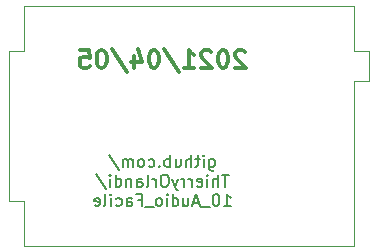
<source format=gbr>
%TF.GenerationSoftware,KiCad,Pcbnew,(5.1.9)-1*%
%TF.CreationDate,2021-05-26T17:20:17+02:00*%
%TF.ProjectId,10_Audio_Facile,31305f41-7564-4696-9f5f-466163696c65,rev?*%
%TF.SameCoordinates,Original*%
%TF.FileFunction,Legend,Bot*%
%TF.FilePolarity,Positive*%
%FSLAX46Y46*%
G04 Gerber Fmt 4.6, Leading zero omitted, Abs format (unit mm)*
G04 Created by KiCad (PCBNEW (5.1.9)-1) date 2021-05-26 17:20:17*
%MOMM*%
%LPD*%
G01*
G04 APERTURE LIST*
%TA.AperFunction,Profile*%
%ADD10C,0.050000*%
%TD*%
%ADD11C,0.150000*%
%ADD12C,0.300000*%
G04 APERTURE END LIST*
D10*
X130810000Y-67310000D02*
X129540000Y-67310000D01*
X130810000Y-64770000D02*
X130810000Y-67310000D01*
X129540000Y-64770000D02*
X130810000Y-64770000D01*
X129540000Y-60960000D02*
X129540000Y-64770000D01*
X129540000Y-67310000D02*
X129540000Y-81280000D01*
X101600000Y-60960000D02*
X129540000Y-60960000D01*
X101600000Y-77470000D02*
X101600000Y-81280000D01*
X100330000Y-77470000D02*
X101600000Y-77470000D01*
X101600000Y-60960000D02*
X101600000Y-64770000D01*
X101600000Y-64770000D02*
X100330000Y-64770000D01*
D11*
X117260190Y-73954714D02*
X117260190Y-74764238D01*
X117307809Y-74859476D01*
X117355428Y-74907095D01*
X117450666Y-74954714D01*
X117593523Y-74954714D01*
X117688761Y-74907095D01*
X117260190Y-74573761D02*
X117355428Y-74621380D01*
X117545904Y-74621380D01*
X117641142Y-74573761D01*
X117688761Y-74526142D01*
X117736380Y-74430904D01*
X117736380Y-74145190D01*
X117688761Y-74049952D01*
X117641142Y-74002333D01*
X117545904Y-73954714D01*
X117355428Y-73954714D01*
X117260190Y-74002333D01*
X116784000Y-74621380D02*
X116784000Y-73954714D01*
X116784000Y-73621380D02*
X116831619Y-73669000D01*
X116784000Y-73716619D01*
X116736380Y-73669000D01*
X116784000Y-73621380D01*
X116784000Y-73716619D01*
X116450666Y-73954714D02*
X116069714Y-73954714D01*
X116307809Y-73621380D02*
X116307809Y-74478523D01*
X116260190Y-74573761D01*
X116164952Y-74621380D01*
X116069714Y-74621380D01*
X115736380Y-74621380D02*
X115736380Y-73621380D01*
X115307809Y-74621380D02*
X115307809Y-74097571D01*
X115355428Y-74002333D01*
X115450666Y-73954714D01*
X115593523Y-73954714D01*
X115688761Y-74002333D01*
X115736380Y-74049952D01*
X114403047Y-73954714D02*
X114403047Y-74621380D01*
X114831619Y-73954714D02*
X114831619Y-74478523D01*
X114784000Y-74573761D01*
X114688761Y-74621380D01*
X114545904Y-74621380D01*
X114450666Y-74573761D01*
X114403047Y-74526142D01*
X113926857Y-74621380D02*
X113926857Y-73621380D01*
X113926857Y-74002333D02*
X113831619Y-73954714D01*
X113641142Y-73954714D01*
X113545904Y-74002333D01*
X113498285Y-74049952D01*
X113450666Y-74145190D01*
X113450666Y-74430904D01*
X113498285Y-74526142D01*
X113545904Y-74573761D01*
X113641142Y-74621380D01*
X113831619Y-74621380D01*
X113926857Y-74573761D01*
X113022095Y-74526142D02*
X112974476Y-74573761D01*
X113022095Y-74621380D01*
X113069714Y-74573761D01*
X113022095Y-74526142D01*
X113022095Y-74621380D01*
X112117333Y-74573761D02*
X112212571Y-74621380D01*
X112403047Y-74621380D01*
X112498285Y-74573761D01*
X112545904Y-74526142D01*
X112593523Y-74430904D01*
X112593523Y-74145190D01*
X112545904Y-74049952D01*
X112498285Y-74002333D01*
X112403047Y-73954714D01*
X112212571Y-73954714D01*
X112117333Y-74002333D01*
X111545904Y-74621380D02*
X111641142Y-74573761D01*
X111688761Y-74526142D01*
X111736380Y-74430904D01*
X111736380Y-74145190D01*
X111688761Y-74049952D01*
X111641142Y-74002333D01*
X111545904Y-73954714D01*
X111403047Y-73954714D01*
X111307809Y-74002333D01*
X111260190Y-74049952D01*
X111212571Y-74145190D01*
X111212571Y-74430904D01*
X111260190Y-74526142D01*
X111307809Y-74573761D01*
X111403047Y-74621380D01*
X111545904Y-74621380D01*
X110784000Y-74621380D02*
X110784000Y-73954714D01*
X110784000Y-74049952D02*
X110736380Y-74002333D01*
X110641142Y-73954714D01*
X110498285Y-73954714D01*
X110403047Y-74002333D01*
X110355428Y-74097571D01*
X110355428Y-74621380D01*
X110355428Y-74097571D02*
X110307809Y-74002333D01*
X110212571Y-73954714D01*
X110069714Y-73954714D01*
X109974476Y-74002333D01*
X109926857Y-74097571D01*
X109926857Y-74621380D01*
X108736380Y-73573761D02*
X109593523Y-74859476D01*
X118903047Y-75271380D02*
X118331619Y-75271380D01*
X118617333Y-76271380D02*
X118617333Y-75271380D01*
X117998285Y-76271380D02*
X117998285Y-75271380D01*
X117569714Y-76271380D02*
X117569714Y-75747571D01*
X117617333Y-75652333D01*
X117712571Y-75604714D01*
X117855428Y-75604714D01*
X117950666Y-75652333D01*
X117998285Y-75699952D01*
X117093523Y-76271380D02*
X117093523Y-75604714D01*
X117093523Y-75271380D02*
X117141142Y-75319000D01*
X117093523Y-75366619D01*
X117045904Y-75319000D01*
X117093523Y-75271380D01*
X117093523Y-75366619D01*
X116236380Y-76223761D02*
X116331619Y-76271380D01*
X116522095Y-76271380D01*
X116617333Y-76223761D01*
X116664952Y-76128523D01*
X116664952Y-75747571D01*
X116617333Y-75652333D01*
X116522095Y-75604714D01*
X116331619Y-75604714D01*
X116236380Y-75652333D01*
X116188761Y-75747571D01*
X116188761Y-75842809D01*
X116664952Y-75938047D01*
X115760190Y-76271380D02*
X115760190Y-75604714D01*
X115760190Y-75795190D02*
X115712571Y-75699952D01*
X115664952Y-75652333D01*
X115569714Y-75604714D01*
X115474476Y-75604714D01*
X115141142Y-76271380D02*
X115141142Y-75604714D01*
X115141142Y-75795190D02*
X115093523Y-75699952D01*
X115045904Y-75652333D01*
X114950666Y-75604714D01*
X114855428Y-75604714D01*
X114617333Y-75604714D02*
X114379238Y-76271380D01*
X114141142Y-75604714D02*
X114379238Y-76271380D01*
X114474476Y-76509476D01*
X114522095Y-76557095D01*
X114617333Y-76604714D01*
X113569714Y-75271380D02*
X113379238Y-75271380D01*
X113284000Y-75319000D01*
X113188761Y-75414238D01*
X113141142Y-75604714D01*
X113141142Y-75938047D01*
X113188761Y-76128523D01*
X113284000Y-76223761D01*
X113379238Y-76271380D01*
X113569714Y-76271380D01*
X113664952Y-76223761D01*
X113760190Y-76128523D01*
X113807809Y-75938047D01*
X113807809Y-75604714D01*
X113760190Y-75414238D01*
X113664952Y-75319000D01*
X113569714Y-75271380D01*
X112712571Y-76271380D02*
X112712571Y-75604714D01*
X112712571Y-75795190D02*
X112664952Y-75699952D01*
X112617333Y-75652333D01*
X112522095Y-75604714D01*
X112426857Y-75604714D01*
X111950666Y-76271380D02*
X112045904Y-76223761D01*
X112093523Y-76128523D01*
X112093523Y-75271380D01*
X111141142Y-76271380D02*
X111141142Y-75747571D01*
X111188761Y-75652333D01*
X111284000Y-75604714D01*
X111474476Y-75604714D01*
X111569714Y-75652333D01*
X111141142Y-76223761D02*
X111236380Y-76271380D01*
X111474476Y-76271380D01*
X111569714Y-76223761D01*
X111617333Y-76128523D01*
X111617333Y-76033285D01*
X111569714Y-75938047D01*
X111474476Y-75890428D01*
X111236380Y-75890428D01*
X111141142Y-75842809D01*
X110664952Y-75604714D02*
X110664952Y-76271380D01*
X110664952Y-75699952D02*
X110617333Y-75652333D01*
X110522095Y-75604714D01*
X110379238Y-75604714D01*
X110284000Y-75652333D01*
X110236380Y-75747571D01*
X110236380Y-76271380D01*
X109331619Y-76271380D02*
X109331619Y-75271380D01*
X109331619Y-76223761D02*
X109426857Y-76271380D01*
X109617333Y-76271380D01*
X109712571Y-76223761D01*
X109760190Y-76176142D01*
X109807809Y-76080904D01*
X109807809Y-75795190D01*
X109760190Y-75699952D01*
X109712571Y-75652333D01*
X109617333Y-75604714D01*
X109426857Y-75604714D01*
X109331619Y-75652333D01*
X108855428Y-76271380D02*
X108855428Y-75604714D01*
X108855428Y-75271380D02*
X108903047Y-75319000D01*
X108855428Y-75366619D01*
X108807809Y-75319000D01*
X108855428Y-75271380D01*
X108855428Y-75366619D01*
X107664952Y-75223761D02*
X108522095Y-76509476D01*
X118498285Y-77921380D02*
X119069714Y-77921380D01*
X118784000Y-77921380D02*
X118784000Y-76921380D01*
X118879238Y-77064238D01*
X118974476Y-77159476D01*
X119069714Y-77207095D01*
X117879238Y-76921380D02*
X117784000Y-76921380D01*
X117688761Y-76969000D01*
X117641142Y-77016619D01*
X117593523Y-77111857D01*
X117545904Y-77302333D01*
X117545904Y-77540428D01*
X117593523Y-77730904D01*
X117641142Y-77826142D01*
X117688761Y-77873761D01*
X117784000Y-77921380D01*
X117879238Y-77921380D01*
X117974476Y-77873761D01*
X118022095Y-77826142D01*
X118069714Y-77730904D01*
X118117333Y-77540428D01*
X118117333Y-77302333D01*
X118069714Y-77111857D01*
X118022095Y-77016619D01*
X117974476Y-76969000D01*
X117879238Y-76921380D01*
X117355428Y-78016619D02*
X116593523Y-78016619D01*
X116403047Y-77635666D02*
X115926857Y-77635666D01*
X116498285Y-77921380D02*
X116164952Y-76921380D01*
X115831619Y-77921380D01*
X115069714Y-77254714D02*
X115069714Y-77921380D01*
X115498285Y-77254714D02*
X115498285Y-77778523D01*
X115450666Y-77873761D01*
X115355428Y-77921380D01*
X115212571Y-77921380D01*
X115117333Y-77873761D01*
X115069714Y-77826142D01*
X114164952Y-77921380D02*
X114164952Y-76921380D01*
X114164952Y-77873761D02*
X114260190Y-77921380D01*
X114450666Y-77921380D01*
X114545904Y-77873761D01*
X114593523Y-77826142D01*
X114641142Y-77730904D01*
X114641142Y-77445190D01*
X114593523Y-77349952D01*
X114545904Y-77302333D01*
X114450666Y-77254714D01*
X114260190Y-77254714D01*
X114164952Y-77302333D01*
X113688761Y-77921380D02*
X113688761Y-77254714D01*
X113688761Y-76921380D02*
X113736380Y-76969000D01*
X113688761Y-77016619D01*
X113641142Y-76969000D01*
X113688761Y-76921380D01*
X113688761Y-77016619D01*
X113069714Y-77921380D02*
X113164952Y-77873761D01*
X113212571Y-77826142D01*
X113260190Y-77730904D01*
X113260190Y-77445190D01*
X113212571Y-77349952D01*
X113164952Y-77302333D01*
X113069714Y-77254714D01*
X112926857Y-77254714D01*
X112831619Y-77302333D01*
X112784000Y-77349952D01*
X112736380Y-77445190D01*
X112736380Y-77730904D01*
X112784000Y-77826142D01*
X112831619Y-77873761D01*
X112926857Y-77921380D01*
X113069714Y-77921380D01*
X112545904Y-78016619D02*
X111784000Y-78016619D01*
X111212571Y-77397571D02*
X111545904Y-77397571D01*
X111545904Y-77921380D02*
X111545904Y-76921380D01*
X111069714Y-76921380D01*
X110260190Y-77921380D02*
X110260190Y-77397571D01*
X110307809Y-77302333D01*
X110403047Y-77254714D01*
X110593523Y-77254714D01*
X110688761Y-77302333D01*
X110260190Y-77873761D02*
X110355428Y-77921380D01*
X110593523Y-77921380D01*
X110688761Y-77873761D01*
X110736380Y-77778523D01*
X110736380Y-77683285D01*
X110688761Y-77588047D01*
X110593523Y-77540428D01*
X110355428Y-77540428D01*
X110260190Y-77492809D01*
X109355428Y-77873761D02*
X109450666Y-77921380D01*
X109641142Y-77921380D01*
X109736380Y-77873761D01*
X109784000Y-77826142D01*
X109831619Y-77730904D01*
X109831619Y-77445190D01*
X109784000Y-77349952D01*
X109736380Y-77302333D01*
X109641142Y-77254714D01*
X109450666Y-77254714D01*
X109355428Y-77302333D01*
X108926857Y-77921380D02*
X108926857Y-77254714D01*
X108926857Y-76921380D02*
X108974476Y-76969000D01*
X108926857Y-77016619D01*
X108879238Y-76969000D01*
X108926857Y-76921380D01*
X108926857Y-77016619D01*
X108307809Y-77921380D02*
X108403047Y-77873761D01*
X108450666Y-77778523D01*
X108450666Y-76921380D01*
X107545904Y-77873761D02*
X107641142Y-77921380D01*
X107831619Y-77921380D01*
X107926857Y-77873761D01*
X107974476Y-77778523D01*
X107974476Y-77397571D01*
X107926857Y-77302333D01*
X107831619Y-77254714D01*
X107641142Y-77254714D01*
X107545904Y-77302333D01*
X107498285Y-77397571D01*
X107498285Y-77492809D01*
X107974476Y-77588047D01*
D10*
X129540000Y-81280000D02*
X101600000Y-81280000D01*
X100330000Y-77470000D02*
X100330000Y-64770000D01*
D12*
X120284000Y-64853428D02*
X120212571Y-64782000D01*
X120069714Y-64710571D01*
X119712571Y-64710571D01*
X119569714Y-64782000D01*
X119498285Y-64853428D01*
X119426857Y-64996285D01*
X119426857Y-65139142D01*
X119498285Y-65353428D01*
X120355428Y-66210571D01*
X119426857Y-66210571D01*
X118498285Y-64710571D02*
X118355428Y-64710571D01*
X118212571Y-64782000D01*
X118141142Y-64853428D01*
X118069714Y-64996285D01*
X117998285Y-65282000D01*
X117998285Y-65639142D01*
X118069714Y-65924857D01*
X118141142Y-66067714D01*
X118212571Y-66139142D01*
X118355428Y-66210571D01*
X118498285Y-66210571D01*
X118641142Y-66139142D01*
X118712571Y-66067714D01*
X118784000Y-65924857D01*
X118855428Y-65639142D01*
X118855428Y-65282000D01*
X118784000Y-64996285D01*
X118712571Y-64853428D01*
X118641142Y-64782000D01*
X118498285Y-64710571D01*
X117426857Y-64853428D02*
X117355428Y-64782000D01*
X117212571Y-64710571D01*
X116855428Y-64710571D01*
X116712571Y-64782000D01*
X116641142Y-64853428D01*
X116569714Y-64996285D01*
X116569714Y-65139142D01*
X116641142Y-65353428D01*
X117498285Y-66210571D01*
X116569714Y-66210571D01*
X115141142Y-66210571D02*
X115998285Y-66210571D01*
X115569714Y-66210571D02*
X115569714Y-64710571D01*
X115712571Y-64924857D01*
X115855428Y-65067714D01*
X115998285Y-65139142D01*
X113426857Y-64639142D02*
X114712571Y-66567714D01*
X112641142Y-64710571D02*
X112498285Y-64710571D01*
X112355428Y-64782000D01*
X112284000Y-64853428D01*
X112212571Y-64996285D01*
X112141142Y-65282000D01*
X112141142Y-65639142D01*
X112212571Y-65924857D01*
X112284000Y-66067714D01*
X112355428Y-66139142D01*
X112498285Y-66210571D01*
X112641142Y-66210571D01*
X112784000Y-66139142D01*
X112855428Y-66067714D01*
X112926857Y-65924857D01*
X112998285Y-65639142D01*
X112998285Y-65282000D01*
X112926857Y-64996285D01*
X112855428Y-64853428D01*
X112784000Y-64782000D01*
X112641142Y-64710571D01*
X110855428Y-65210571D02*
X110855428Y-66210571D01*
X111212571Y-64639142D02*
X111569714Y-65710571D01*
X110641142Y-65710571D01*
X108998285Y-64639142D02*
X110284000Y-66567714D01*
X108212571Y-64710571D02*
X108069714Y-64710571D01*
X107926857Y-64782000D01*
X107855428Y-64853428D01*
X107784000Y-64996285D01*
X107712571Y-65282000D01*
X107712571Y-65639142D01*
X107784000Y-65924857D01*
X107855428Y-66067714D01*
X107926857Y-66139142D01*
X108069714Y-66210571D01*
X108212571Y-66210571D01*
X108355428Y-66139142D01*
X108426857Y-66067714D01*
X108498285Y-65924857D01*
X108569714Y-65639142D01*
X108569714Y-65282000D01*
X108498285Y-64996285D01*
X108426857Y-64853428D01*
X108355428Y-64782000D01*
X108212571Y-64710571D01*
X106355428Y-64710571D02*
X107069714Y-64710571D01*
X107141142Y-65424857D01*
X107069714Y-65353428D01*
X106926857Y-65282000D01*
X106569714Y-65282000D01*
X106426857Y-65353428D01*
X106355428Y-65424857D01*
X106284000Y-65567714D01*
X106284000Y-65924857D01*
X106355428Y-66067714D01*
X106426857Y-66139142D01*
X106569714Y-66210571D01*
X106926857Y-66210571D01*
X107069714Y-66139142D01*
X107141142Y-66067714D01*
M02*

</source>
